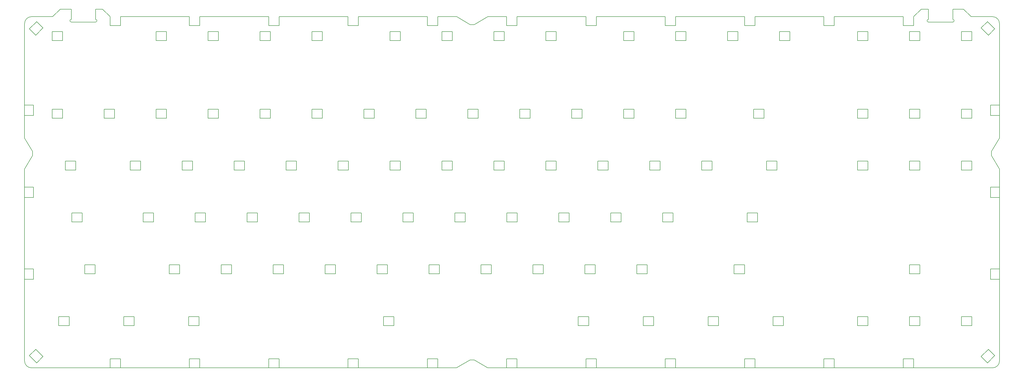
<source format=gm1>
G04 #@! TF.GenerationSoftware,KiCad,Pcbnew,(2017-04-15 revision 60310b3d3)-makepkg*
G04 #@! TF.CreationDate,2017-04-19T10:34:45-04:00*
G04 #@! TF.ProjectId,KType,4B547970652E6B696361645F70636200,1.01a*
G04 #@! TF.FileFunction,Profile,NP*
%FSLAX46Y46*%
G04 Gerber Fmt 4.6, Leading zero omitted, Abs format (unit mm)*
G04 Created by KiCad (PCBNEW (2017-04-15 revision 60310b3d3)-makepkg) date 04/19/17 10:34:45*
%MOMM*%
%LPD*%
G01*
G04 APERTURE LIST*
%ADD10C,0.150000*%
%ADD11C,0.127000*%
G04 APERTURE END LIST*
D10*
D11*
X187642500Y-30670500D02*
X180721000Y-30670500D01*
X386715000Y-33210500D02*
X386715000Y-75247500D01*
X187629800Y-159702500D02*
X31750000Y-159702500D01*
X199059800Y-159702500D02*
X384175000Y-159702500D01*
X386715000Y-86677500D02*
X386715000Y-157162500D01*
X199072500Y-30670500D02*
X205994000Y-30670500D01*
X29210000Y-86664800D02*
X29210000Y-157162500D01*
X29210000Y-75234800D02*
X29210000Y-33210500D01*
X187642500Y-30670500D02*
X192595500Y-33591500D01*
X199072500Y-30670500D02*
X194119500Y-33591500D01*
X192595500Y-33591500D02*
X194119500Y-33591500D01*
X29210000Y-86664800D02*
X32131000Y-81711800D01*
X29210000Y-75234800D02*
X32131000Y-80187800D01*
X32131000Y-81711800D02*
X32131000Y-80187800D01*
X199059800Y-159702500D02*
X194106800Y-156781500D01*
X187629800Y-159702500D02*
X192582800Y-156781500D01*
X194106800Y-156781500D02*
X192582800Y-156781500D01*
X383794000Y-80200500D02*
X383794000Y-81724500D01*
X386715000Y-86677500D02*
X383794000Y-81724500D01*
X386715000Y-75247500D02*
X383794000Y-80200500D01*
X64389000Y-30670500D02*
X89662000Y-30670500D01*
X93472000Y-30670500D02*
X118745000Y-30670500D01*
X122555000Y-30670500D02*
X147828000Y-30670500D01*
X151638000Y-30670500D02*
X176911000Y-30670500D01*
X209804000Y-30670500D02*
X235077000Y-30670500D01*
X238887000Y-30670500D02*
X264160000Y-30670500D01*
X267970000Y-30670500D02*
X293243000Y-30670500D01*
X297053000Y-30670500D02*
X322326000Y-30670500D01*
X326136000Y-30670500D02*
X351409000Y-30670500D01*
X60579000Y-30670500D02*
X57810400Y-27901900D01*
X357987600Y-27901900D02*
X360654600Y-27901900D01*
X355219000Y-30670500D02*
X357987600Y-27901900D01*
X57810400Y-27901900D02*
X55270400Y-27901900D01*
X39497000Y-30670500D02*
X31750000Y-30670500D01*
X42265600Y-27901900D02*
X39497000Y-30670500D01*
X376301000Y-30670500D02*
X384175000Y-30670500D01*
X373532400Y-27901900D02*
X376301000Y-30670500D01*
X46329600Y-27901900D02*
X42265600Y-27901900D01*
X248920000Y-39433500D02*
X248920000Y-36131500D01*
X252730000Y-39433500D02*
X248920000Y-39433500D01*
X252730000Y-36131500D02*
X252730000Y-39433500D01*
X248920000Y-36131500D02*
X252730000Y-36131500D01*
X369595400Y-27901900D02*
X373532400Y-27901900D01*
X33642300Y-32473900D02*
X35979100Y-34810700D01*
X30949900Y-35166300D02*
X33642300Y-32473900D01*
X33286700Y-37503100D02*
X30949900Y-35166300D01*
X35979100Y-34810700D02*
X33286700Y-37503100D01*
X33286700Y-152869900D02*
X35979100Y-155562300D01*
X30949900Y-155206700D02*
X33286700Y-152869900D01*
X33642300Y-157899100D02*
X30949900Y-155206700D01*
X35979100Y-155562300D02*
X33642300Y-157899100D01*
X379945900Y-155562300D02*
X382638300Y-152869900D01*
X382282700Y-157899100D02*
X379945900Y-155562300D01*
X384975100Y-155206700D02*
X382282700Y-157899100D01*
X382638300Y-152869900D02*
X384975100Y-155206700D01*
X379945900Y-34810700D02*
X382282700Y-32473900D01*
X382638300Y-37503100D02*
X379945900Y-34810700D01*
X384975100Y-35166300D02*
X382638300Y-37503100D01*
X382282700Y-32473900D02*
X384975100Y-35166300D01*
X32512000Y-66992500D02*
X29210000Y-66992500D01*
X29210000Y-66992500D02*
X29210000Y-63182500D01*
X29210000Y-63182500D02*
X32512000Y-63182500D01*
X32512000Y-63182500D02*
X32512000Y-66992500D01*
X32512000Y-93281500D02*
X32512000Y-97091500D01*
X29210000Y-93281500D02*
X32512000Y-93281500D01*
X29210000Y-97091500D02*
X29210000Y-93281500D01*
X32512000Y-97091500D02*
X29210000Y-97091500D01*
X32512000Y-127190500D02*
X29210000Y-127190500D01*
X29210000Y-127190500D02*
X29210000Y-123380500D01*
X29210000Y-123380500D02*
X32512000Y-123380500D01*
X32512000Y-123380500D02*
X32512000Y-127190500D01*
X386715000Y-63182500D02*
X386715000Y-66992500D01*
X383413000Y-63182500D02*
X386715000Y-63182500D01*
X383413000Y-66992500D02*
X383413000Y-63182500D01*
X386715000Y-66992500D02*
X383413000Y-66992500D01*
X386715000Y-97091500D02*
X383413000Y-97091500D01*
X383413000Y-97091500D02*
X383413000Y-93281500D01*
X383413000Y-93281500D02*
X386715000Y-93281500D01*
X386715000Y-93281500D02*
X386715000Y-97091500D01*
X386715000Y-123380500D02*
X386715000Y-127190500D01*
X383413000Y-123380500D02*
X386715000Y-123380500D01*
X383413000Y-127190500D02*
X383413000Y-123380500D01*
X386715000Y-127190500D02*
X383413000Y-127190500D01*
X293217600Y-125158500D02*
X293217600Y-121856500D01*
X289394900Y-125158500D02*
X293217600Y-125158500D01*
X289394900Y-121856500D02*
X289394900Y-125158500D01*
X293217600Y-121856500D02*
X289394900Y-121856500D01*
X294157400Y-106108500D02*
X294157400Y-102806500D01*
X297980100Y-106108500D02*
X294157400Y-106108500D01*
X297980100Y-102806500D02*
X297980100Y-106108500D01*
X294157400Y-102806500D02*
X297980100Y-102806500D01*
X301307500Y-87058500D02*
X301307500Y-83756500D01*
X305117500Y-87058500D02*
X301307500Y-87058500D01*
X305117500Y-83756500D02*
X305117500Y-87058500D01*
X301307500Y-83756500D02*
X305117500Y-83756500D01*
X353695000Y-121856500D02*
X357505000Y-121856500D01*
X357505000Y-121856500D02*
X357505000Y-125158500D01*
X357505000Y-125158500D02*
X353695000Y-125158500D01*
X353695000Y-125158500D02*
X353695000Y-121856500D01*
X372745000Y-144208500D02*
X372745000Y-140906500D01*
X376555000Y-144208500D02*
X372745000Y-144208500D01*
X376555000Y-140906500D02*
X376555000Y-144208500D01*
X372745000Y-140906500D02*
X376555000Y-140906500D01*
X353695000Y-140906500D02*
X357505000Y-140906500D01*
X357505000Y-140906500D02*
X357505000Y-144208500D01*
X357505000Y-144208500D02*
X353695000Y-144208500D01*
X353695000Y-144208500D02*
X353695000Y-140906500D01*
X334645000Y-144208500D02*
X334645000Y-140906500D01*
X338455000Y-144208500D02*
X334645000Y-144208500D01*
X338455000Y-140906500D02*
X338455000Y-144208500D01*
X334645000Y-140906500D02*
X338455000Y-140906500D01*
X303682400Y-144208500D02*
X303682400Y-140906500D01*
X307505100Y-144208500D02*
X303682400Y-144208500D01*
X307505100Y-140906500D02*
X307505100Y-144208500D01*
X303682400Y-140906500D02*
X307505100Y-140906500D01*
X232244900Y-140906500D02*
X236067600Y-140906500D01*
X236067600Y-140906500D02*
X236067600Y-144208500D01*
X236067600Y-144208500D02*
X232244900Y-144208500D01*
X232244900Y-144208500D02*
X232244900Y-140906500D01*
X256057400Y-144208500D02*
X256057400Y-140906500D01*
X259880100Y-144208500D02*
X256057400Y-144208500D01*
X259880100Y-140906500D02*
X259880100Y-144208500D01*
X256057400Y-140906500D02*
X259880100Y-140906500D01*
X279869900Y-140906500D02*
X283692600Y-140906500D01*
X283692600Y-140906500D02*
X283692600Y-144208500D01*
X283692600Y-144208500D02*
X279869900Y-144208500D01*
X279869900Y-144208500D02*
X279869900Y-140906500D01*
X160807400Y-140906500D02*
X164630100Y-140906500D01*
X164630100Y-140906500D02*
X164630100Y-144208500D01*
X164630100Y-144208500D02*
X160807400Y-144208500D01*
X160807400Y-144208500D02*
X160807400Y-140906500D01*
X89369900Y-144208500D02*
X89369900Y-140906500D01*
X93192600Y-144208500D02*
X89369900Y-144208500D01*
X93192600Y-140906500D02*
X93192600Y-144208500D01*
X89369900Y-140906500D02*
X93192600Y-140906500D01*
X65557400Y-140906500D02*
X69380100Y-140906500D01*
X69380100Y-140906500D02*
X69380100Y-144208500D01*
X69380100Y-144208500D02*
X65557400Y-144208500D01*
X65557400Y-144208500D02*
X65557400Y-140906500D01*
X41744900Y-144208500D02*
X41744900Y-140906500D01*
X45567600Y-144208500D02*
X41744900Y-144208500D01*
X45567600Y-140906500D02*
X45567600Y-144208500D01*
X41744900Y-140906500D02*
X45567600Y-140906500D01*
X234632500Y-121856500D02*
X238442500Y-121856500D01*
X238442500Y-121856500D02*
X238442500Y-125158500D01*
X238442500Y-125158500D02*
X234632500Y-125158500D01*
X234632500Y-125158500D02*
X234632500Y-121856500D01*
X253682500Y-125158500D02*
X253682500Y-121856500D01*
X257492500Y-125158500D02*
X253682500Y-125158500D01*
X257492500Y-121856500D02*
X257492500Y-125158500D01*
X253682500Y-121856500D02*
X257492500Y-121856500D01*
X158432500Y-121856500D02*
X162242500Y-121856500D01*
X162242500Y-121856500D02*
X162242500Y-125158500D01*
X162242500Y-125158500D02*
X158432500Y-125158500D01*
X158432500Y-125158500D02*
X158432500Y-121856500D01*
X177482500Y-125158500D02*
X177482500Y-121856500D01*
X181292500Y-125158500D02*
X177482500Y-125158500D01*
X181292500Y-121856500D02*
X181292500Y-125158500D01*
X177482500Y-121856500D02*
X181292500Y-121856500D01*
X215582500Y-121856500D02*
X219392500Y-121856500D01*
X219392500Y-121856500D02*
X219392500Y-125158500D01*
X219392500Y-125158500D02*
X215582500Y-125158500D01*
X215582500Y-125158500D02*
X215582500Y-121856500D01*
X196532500Y-125158500D02*
X196532500Y-121856500D01*
X200342500Y-125158500D02*
X196532500Y-125158500D01*
X200342500Y-121856500D02*
X200342500Y-125158500D01*
X196532500Y-121856500D02*
X200342500Y-121856500D01*
X120332500Y-121856500D02*
X124142500Y-121856500D01*
X124142500Y-121856500D02*
X124142500Y-125158500D01*
X124142500Y-125158500D02*
X120332500Y-125158500D01*
X120332500Y-125158500D02*
X120332500Y-121856500D01*
X139382500Y-125158500D02*
X139382500Y-121856500D01*
X143192500Y-125158500D02*
X139382500Y-125158500D01*
X143192500Y-121856500D02*
X143192500Y-125158500D01*
X139382500Y-121856500D02*
X143192500Y-121856500D01*
X101282500Y-121856500D02*
X105092500Y-121856500D01*
X105092500Y-121856500D02*
X105092500Y-125158500D01*
X105092500Y-125158500D02*
X101282500Y-125158500D01*
X101282500Y-125158500D02*
X101282500Y-121856500D01*
X82232500Y-125158500D02*
X82232500Y-121856500D01*
X86042500Y-125158500D02*
X82232500Y-125158500D01*
X86042500Y-121856500D02*
X86042500Y-125158500D01*
X82232500Y-121856500D02*
X86042500Y-121856500D01*
X244157500Y-102806500D02*
X247967500Y-102806500D01*
X247967500Y-102806500D02*
X247967500Y-106108500D01*
X247967500Y-106108500D02*
X244157500Y-106108500D01*
X244157500Y-106108500D02*
X244157500Y-102806500D01*
X263207500Y-106108500D02*
X263207500Y-102806500D01*
X267017500Y-106108500D02*
X263207500Y-106108500D01*
X267017500Y-102806500D02*
X267017500Y-106108500D01*
X263207500Y-102806500D02*
X267017500Y-102806500D01*
X225107500Y-102806500D02*
X228917500Y-102806500D01*
X228917500Y-102806500D02*
X228917500Y-106108500D01*
X228917500Y-106108500D02*
X225107500Y-106108500D01*
X225107500Y-106108500D02*
X225107500Y-102806500D01*
X148907500Y-102806500D02*
X152717500Y-102806500D01*
X152717500Y-102806500D02*
X152717500Y-106108500D01*
X152717500Y-106108500D02*
X148907500Y-106108500D01*
X148907500Y-106108500D02*
X148907500Y-102806500D01*
X167957500Y-106108500D02*
X167957500Y-102806500D01*
X171767500Y-106108500D02*
X167957500Y-106108500D01*
X171767500Y-102806500D02*
X171767500Y-106108500D01*
X167957500Y-102806500D02*
X171767500Y-102806500D01*
X206057500Y-102806500D02*
X209867500Y-102806500D01*
X209867500Y-102806500D02*
X209867500Y-106108500D01*
X209867500Y-106108500D02*
X206057500Y-106108500D01*
X206057500Y-106108500D02*
X206057500Y-102806500D01*
X187007500Y-106108500D02*
X187007500Y-102806500D01*
X190817500Y-106108500D02*
X187007500Y-106108500D01*
X190817500Y-102806500D02*
X190817500Y-106108500D01*
X187007500Y-102806500D02*
X190817500Y-102806500D01*
X110807500Y-102806500D02*
X114617500Y-102806500D01*
X114617500Y-102806500D02*
X114617500Y-106108500D01*
X114617500Y-106108500D02*
X110807500Y-106108500D01*
X110807500Y-106108500D02*
X110807500Y-102806500D01*
X129857500Y-106108500D02*
X129857500Y-102806500D01*
X133667500Y-106108500D02*
X129857500Y-106108500D01*
X133667500Y-102806500D02*
X133667500Y-106108500D01*
X129857500Y-102806500D02*
X133667500Y-102806500D01*
X91757500Y-102806500D02*
X95567500Y-102806500D01*
X95567500Y-102806500D02*
X95567500Y-106108500D01*
X95567500Y-106108500D02*
X91757500Y-106108500D01*
X91757500Y-106108500D02*
X91757500Y-102806500D01*
X72707500Y-106108500D02*
X72707500Y-102806500D01*
X76517500Y-106108500D02*
X72707500Y-106108500D01*
X76517500Y-102806500D02*
X76517500Y-106108500D01*
X72707500Y-102806500D02*
X76517500Y-102806500D01*
X51282600Y-125158500D02*
X55092600Y-125158500D01*
X51282600Y-121856500D02*
X51282600Y-125158500D01*
X55092600Y-121856500D02*
X55092600Y-125158500D01*
X51282600Y-121856500D02*
X55092600Y-121856500D01*
X46512480Y-102806500D02*
X50325020Y-102806500D01*
X46512480Y-106108500D02*
X46512480Y-102806500D01*
X50325020Y-106108500D02*
X46512480Y-106108500D01*
X50325020Y-102806500D02*
X50325020Y-106108500D01*
X44132500Y-87058500D02*
X44132500Y-83756500D01*
X47942500Y-87058500D02*
X44132500Y-87058500D01*
X47942500Y-83756500D02*
X47942500Y-87058500D01*
X44132500Y-83756500D02*
X47942500Y-83756500D01*
X258445000Y-87058500D02*
X262255000Y-87058500D01*
X262255000Y-87058500D02*
X262255000Y-83756500D01*
X262255000Y-83756500D02*
X258445000Y-83756500D01*
X258445000Y-83756500D02*
X258445000Y-87058500D01*
X277495000Y-83756500D02*
X277495000Y-87058500D01*
X281305000Y-83756500D02*
X277495000Y-83756500D01*
X281305000Y-87058500D02*
X281305000Y-83756500D01*
X277495000Y-87058500D02*
X281305000Y-87058500D01*
X239395000Y-87058500D02*
X243205000Y-87058500D01*
X243205000Y-87058500D02*
X243205000Y-83756500D01*
X243205000Y-83756500D02*
X239395000Y-83756500D01*
X239395000Y-83756500D02*
X239395000Y-87058500D01*
X220345000Y-83756500D02*
X220345000Y-87058500D01*
X224155000Y-83756500D02*
X220345000Y-83756500D01*
X224155000Y-87058500D02*
X224155000Y-83756500D01*
X220345000Y-87058500D02*
X224155000Y-87058500D01*
X182245000Y-87058500D02*
X186055000Y-87058500D01*
X186055000Y-87058500D02*
X186055000Y-83756500D01*
X186055000Y-83756500D02*
X182245000Y-83756500D01*
X182245000Y-83756500D02*
X182245000Y-87058500D01*
X201295000Y-83756500D02*
X201295000Y-87058500D01*
X205105000Y-83756500D02*
X201295000Y-83756500D01*
X205105000Y-87058500D02*
X205105000Y-83756500D01*
X201295000Y-87058500D02*
X205105000Y-87058500D01*
X163195000Y-87058500D02*
X167005000Y-87058500D01*
X167005000Y-87058500D02*
X167005000Y-83756500D01*
X167005000Y-83756500D02*
X163195000Y-83756500D01*
X163195000Y-83756500D02*
X163195000Y-87058500D01*
X144145000Y-83756500D02*
X144145000Y-87058500D01*
X147955000Y-83756500D02*
X144145000Y-83756500D01*
X147955000Y-87058500D02*
X147955000Y-83756500D01*
X144145000Y-87058500D02*
X147955000Y-87058500D01*
X67945000Y-87058500D02*
X71755000Y-87058500D01*
X71755000Y-87058500D02*
X71755000Y-83756500D01*
X71755000Y-83756500D02*
X67945000Y-83756500D01*
X67945000Y-83756500D02*
X67945000Y-87058500D01*
X86995000Y-83756500D02*
X86995000Y-87058500D01*
X90805000Y-83756500D02*
X86995000Y-83756500D01*
X90805000Y-87058500D02*
X90805000Y-83756500D01*
X86995000Y-87058500D02*
X90805000Y-87058500D01*
X125095000Y-87058500D02*
X128905000Y-87058500D01*
X128905000Y-87058500D02*
X128905000Y-83756500D01*
X128905000Y-83756500D02*
X125095000Y-83756500D01*
X125095000Y-83756500D02*
X125095000Y-87058500D01*
X106045000Y-83756500D02*
X106045000Y-87058500D01*
X109855000Y-83756500D02*
X106045000Y-83756500D01*
X109855000Y-87058500D02*
X109855000Y-83756500D01*
X106045000Y-87058500D02*
X109855000Y-87058500D01*
X353695000Y-87058500D02*
X357505000Y-87058500D01*
X357505000Y-87058500D02*
X357505000Y-83756500D01*
X357505000Y-83756500D02*
X353695000Y-83756500D01*
X353695000Y-83756500D02*
X353695000Y-87058500D01*
X372745000Y-83756500D02*
X372745000Y-87058500D01*
X376555000Y-83756500D02*
X372745000Y-83756500D01*
X376555000Y-87058500D02*
X376555000Y-83756500D01*
X372745000Y-87058500D02*
X376555000Y-87058500D01*
X334645000Y-87058500D02*
X338455000Y-87058500D01*
X338455000Y-87058500D02*
X338455000Y-83756500D01*
X338455000Y-83756500D02*
X334645000Y-83756500D01*
X334645000Y-83756500D02*
X334645000Y-87058500D01*
X353695000Y-68008500D02*
X357505000Y-68008500D01*
X357505000Y-68008500D02*
X357505000Y-64706500D01*
X357505000Y-64706500D02*
X353695000Y-64706500D01*
X353695000Y-64706500D02*
X353695000Y-68008500D01*
X372745000Y-64706500D02*
X372745000Y-68008500D01*
X376555000Y-64706500D02*
X372745000Y-64706500D01*
X376555000Y-68008500D02*
X376555000Y-64706500D01*
X372745000Y-68008500D02*
X376555000Y-68008500D01*
X334645000Y-68008500D02*
X338455000Y-68008500D01*
X338455000Y-68008500D02*
X338455000Y-64706500D01*
X338455000Y-64706500D02*
X334645000Y-64706500D01*
X334645000Y-64706500D02*
X334645000Y-68008500D01*
X296545000Y-64706500D02*
X296545000Y-68008500D01*
X300355000Y-64706500D02*
X296545000Y-64706500D01*
X300355000Y-68008500D02*
X300355000Y-64706500D01*
X296545000Y-68008500D02*
X300355000Y-68008500D01*
X267970000Y-64706500D02*
X267970000Y-68008500D01*
X271780000Y-64706500D02*
X267970000Y-64706500D01*
X271780000Y-68008500D02*
X271780000Y-64706500D01*
X267970000Y-68008500D02*
X271780000Y-68008500D01*
X191770000Y-68008500D02*
X195580000Y-68008500D01*
X195580000Y-68008500D02*
X195580000Y-64706500D01*
X195580000Y-64706500D02*
X191770000Y-64706500D01*
X191770000Y-64706500D02*
X191770000Y-68008500D01*
X210820000Y-64706500D02*
X210820000Y-68008500D01*
X214630000Y-64706500D02*
X210820000Y-64706500D01*
X214630000Y-68008500D02*
X214630000Y-64706500D01*
X210820000Y-68008500D02*
X214630000Y-68008500D01*
X248920000Y-68008500D02*
X252730000Y-68008500D01*
X252730000Y-68008500D02*
X252730000Y-64706500D01*
X252730000Y-64706500D02*
X248920000Y-64706500D01*
X248920000Y-64706500D02*
X248920000Y-68008500D01*
X229870000Y-64706500D02*
X229870000Y-68008500D01*
X233680000Y-64706500D02*
X229870000Y-64706500D01*
X233680000Y-68008500D02*
X233680000Y-64706500D01*
X229870000Y-68008500D02*
X233680000Y-68008500D01*
X153670000Y-68008500D02*
X157480000Y-68008500D01*
X157480000Y-68008500D02*
X157480000Y-64706500D01*
X157480000Y-64706500D02*
X153670000Y-64706500D01*
X153670000Y-64706500D02*
X153670000Y-68008500D01*
X172720000Y-64706500D02*
X172720000Y-68008500D01*
X176530000Y-64706500D02*
X172720000Y-64706500D01*
X176530000Y-68008500D02*
X176530000Y-64706500D01*
X172720000Y-68008500D02*
X176530000Y-68008500D01*
X134620000Y-68008500D02*
X138430000Y-68008500D01*
X138430000Y-68008500D02*
X138430000Y-64706500D01*
X138430000Y-64706500D02*
X134620000Y-64706500D01*
X134620000Y-64706500D02*
X134620000Y-68008500D01*
X115570000Y-64706500D02*
X115570000Y-68008500D01*
X119380000Y-64706500D02*
X115570000Y-64706500D01*
X119380000Y-68008500D02*
X119380000Y-64706500D01*
X115570000Y-68008500D02*
X119380000Y-68008500D01*
X39370000Y-68008500D02*
X43180000Y-68008500D01*
X43180000Y-68008500D02*
X43180000Y-64706500D01*
X43180000Y-64706500D02*
X39370000Y-64706500D01*
X39370000Y-64706500D02*
X39370000Y-68008500D01*
X58420000Y-64706500D02*
X58420000Y-68008500D01*
X62230000Y-64706500D02*
X58420000Y-64706500D01*
X62230000Y-68008500D02*
X62230000Y-64706500D01*
X58420000Y-68008500D02*
X62230000Y-68008500D01*
X96520000Y-68008500D02*
X100330000Y-68008500D01*
X100330000Y-68008500D02*
X100330000Y-64706500D01*
X100330000Y-64706500D02*
X96520000Y-64706500D01*
X96520000Y-64706500D02*
X96520000Y-68008500D01*
X77470000Y-64706500D02*
X77470000Y-68008500D01*
X81280000Y-64706500D02*
X77470000Y-64706500D01*
X81280000Y-68008500D02*
X81280000Y-64706500D01*
X77470000Y-68008500D02*
X81280000Y-68008500D01*
X334645000Y-39433500D02*
X338455000Y-39433500D01*
X338455000Y-39433500D02*
X338455000Y-36131500D01*
X338455000Y-36131500D02*
X334645000Y-36131500D01*
X334645000Y-36131500D02*
X334645000Y-39433500D01*
X353695000Y-36131500D02*
X353695000Y-39433500D01*
X357505000Y-36131500D02*
X353695000Y-36131500D01*
X357505000Y-39433500D02*
X357505000Y-36131500D01*
X353695000Y-39433500D02*
X357505000Y-39433500D01*
X372745000Y-36131500D02*
X372745000Y-39433500D01*
X376555000Y-36131500D02*
X372745000Y-36131500D01*
X376555000Y-39433500D02*
X376555000Y-36131500D01*
X372745000Y-39433500D02*
X376555000Y-39433500D01*
X306070000Y-39433500D02*
X309880000Y-39433500D01*
X309880000Y-39433500D02*
X309880000Y-36131500D01*
X309880000Y-36131500D02*
X306070000Y-36131500D01*
X306070000Y-36131500D02*
X306070000Y-39433500D01*
X287020000Y-39433500D02*
X290830000Y-39433500D01*
X290830000Y-39433500D02*
X290830000Y-36131500D01*
X290830000Y-36131500D02*
X287020000Y-36131500D01*
X287020000Y-36131500D02*
X287020000Y-39433500D01*
X267970000Y-36131500D02*
X267970000Y-39433500D01*
X271780000Y-36131500D02*
X267970000Y-36131500D01*
X271780000Y-39433500D02*
X271780000Y-36131500D01*
X267970000Y-39433500D02*
X271780000Y-39433500D01*
X163195000Y-39433500D02*
X167005000Y-39433500D01*
X167005000Y-39433500D02*
X167005000Y-36131500D01*
X167005000Y-36131500D02*
X163195000Y-36131500D01*
X163195000Y-36131500D02*
X163195000Y-39433500D01*
X182245000Y-36131500D02*
X182245000Y-39433500D01*
X186055000Y-36131500D02*
X182245000Y-36131500D01*
X186055000Y-39433500D02*
X186055000Y-36131500D01*
X182245000Y-39433500D02*
X186055000Y-39433500D01*
X220345000Y-39433500D02*
X224155000Y-39433500D01*
X224155000Y-39433500D02*
X224155000Y-36131500D01*
X224155000Y-36131500D02*
X220345000Y-36131500D01*
X220345000Y-36131500D02*
X220345000Y-39433500D01*
X201295000Y-36131500D02*
X201295000Y-39433500D01*
X205105000Y-36131500D02*
X201295000Y-36131500D01*
X205105000Y-39433500D02*
X205105000Y-36131500D01*
X201295000Y-39433500D02*
X205105000Y-39433500D01*
X115570000Y-39433500D02*
X119380000Y-39433500D01*
X119380000Y-39433500D02*
X119380000Y-36131500D01*
X119380000Y-36131500D02*
X115570000Y-36131500D01*
X115570000Y-36131500D02*
X115570000Y-39433500D01*
X134620000Y-36131500D02*
X134620000Y-39433500D01*
X138430000Y-36131500D02*
X134620000Y-36131500D01*
X138430000Y-39433500D02*
X138430000Y-36131500D01*
X134620000Y-39433500D02*
X138430000Y-39433500D01*
X96520000Y-39433500D02*
X100330000Y-39433500D01*
X100330000Y-39433500D02*
X100330000Y-36131500D01*
X100330000Y-36131500D02*
X96520000Y-36131500D01*
X96520000Y-36131500D02*
X96520000Y-39433500D01*
X77470000Y-36131500D02*
X77470000Y-39433500D01*
X81280000Y-36131500D02*
X77470000Y-36131500D01*
X81280000Y-39433500D02*
X81280000Y-36131500D01*
X77470000Y-39433500D02*
X81280000Y-39433500D01*
X64389000Y-30670500D02*
X64389000Y-33972500D01*
X64389000Y-33972500D02*
X60579000Y-33972500D01*
X60579000Y-33972500D02*
X60579000Y-30670500D01*
X89662000Y-33972500D02*
X89662000Y-30670500D01*
X93472000Y-33972500D02*
X89662000Y-33972500D01*
X93472000Y-30670500D02*
X93472000Y-33972500D01*
X122555000Y-30670500D02*
X122555000Y-33972500D01*
X122555000Y-33972500D02*
X118745000Y-33972500D01*
X118745000Y-33972500D02*
X118745000Y-30670500D01*
X176911000Y-33972500D02*
X176911000Y-30670500D01*
X180721000Y-33972500D02*
X176911000Y-33972500D01*
X180721000Y-30670500D02*
X180721000Y-33972500D01*
X151638000Y-30670500D02*
X151638000Y-33972500D01*
X151638000Y-33972500D02*
X147828000Y-33972500D01*
X147828000Y-33972500D02*
X147828000Y-30670500D01*
X264160000Y-33972500D02*
X264160000Y-30670500D01*
X267970000Y-33972500D02*
X264160000Y-33972500D01*
X267970000Y-30670500D02*
X267970000Y-33972500D01*
X235077000Y-33972500D02*
X235077000Y-30670500D01*
X238887000Y-33972500D02*
X235077000Y-33972500D01*
X238887000Y-30670500D02*
X238887000Y-33972500D01*
X209804000Y-30670500D02*
X209804000Y-33972500D01*
X209804000Y-33972500D02*
X205994000Y-33972500D01*
X205994000Y-33972500D02*
X205994000Y-30670500D01*
X351409000Y-33972500D02*
X351409000Y-30670500D01*
X355219000Y-33972500D02*
X351409000Y-33972500D01*
X355219000Y-30670500D02*
X355219000Y-33972500D01*
X322326000Y-33972500D02*
X322326000Y-30670500D01*
X326136000Y-33972500D02*
X322326000Y-33972500D01*
X326136000Y-30670500D02*
X326136000Y-33972500D01*
X297053000Y-30670500D02*
X297053000Y-33972500D01*
X297053000Y-33972500D02*
X293243000Y-33972500D01*
X293243000Y-33972500D02*
X293243000Y-30670500D01*
X264160000Y-159702500D02*
X264160000Y-156400500D01*
X267970000Y-159702500D02*
X264160000Y-159702500D01*
X267970000Y-156400500D02*
X267970000Y-159702500D01*
X264160000Y-156400500D02*
X267970000Y-156400500D01*
X293243000Y-156400500D02*
X297053000Y-156400500D01*
X297053000Y-156400500D02*
X297053000Y-159702500D01*
X297053000Y-159702500D02*
X293243000Y-159702500D01*
X293243000Y-159702500D02*
X293243000Y-156400500D01*
X351409000Y-159702500D02*
X351409000Y-156400500D01*
X355219000Y-159702500D02*
X351409000Y-159702500D01*
X355219000Y-156400500D02*
X355219000Y-159702500D01*
X351409000Y-156400500D02*
X355219000Y-156400500D01*
X322326000Y-156400500D02*
X326136000Y-156400500D01*
X326136000Y-156400500D02*
X326136000Y-159702500D01*
X326136000Y-159702500D02*
X322326000Y-159702500D01*
X322326000Y-159702500D02*
X322326000Y-156400500D01*
X176911000Y-159702500D02*
X176911000Y-156400500D01*
X180721000Y-159702500D02*
X176911000Y-159702500D01*
X180721000Y-156400500D02*
X180721000Y-159702500D01*
X176911000Y-156400500D02*
X180721000Y-156400500D01*
X205994000Y-156400500D02*
X209804000Y-156400500D01*
X209804000Y-156400500D02*
X209804000Y-159702500D01*
X209804000Y-159702500D02*
X205994000Y-159702500D01*
X205994000Y-159702500D02*
X205994000Y-156400500D01*
X264160000Y-159702500D02*
X264160000Y-156400500D01*
X267970000Y-159702500D02*
X264160000Y-159702500D01*
X267970000Y-156400500D02*
X267970000Y-159702500D01*
X264160000Y-156400500D02*
X267970000Y-156400500D01*
X235077000Y-156400500D02*
X238887000Y-156400500D01*
X238887000Y-156400500D02*
X238887000Y-159702500D01*
X238887000Y-159702500D02*
X235077000Y-159702500D01*
X235077000Y-159702500D02*
X235077000Y-156400500D01*
X118745000Y-159702500D02*
X118745000Y-156400500D01*
X122555000Y-159702500D02*
X118745000Y-159702500D01*
X122555000Y-156400500D02*
X122555000Y-159702500D01*
X118745000Y-156400500D02*
X122555000Y-156400500D01*
X147828000Y-156400500D02*
X151638000Y-156400500D01*
X151638000Y-156400500D02*
X151638000Y-159702500D01*
X151638000Y-159702500D02*
X147828000Y-159702500D01*
X147828000Y-159702500D02*
X147828000Y-156400500D01*
X89662000Y-159702500D02*
X89662000Y-156400500D01*
X93472000Y-159702500D02*
X89662000Y-159702500D01*
X93472000Y-156400500D02*
X93472000Y-159702500D01*
X89662000Y-156400500D02*
X93472000Y-156400500D01*
X60579000Y-156400500D02*
X64389000Y-156400500D01*
X64389000Y-156400500D02*
X64389000Y-159702500D01*
X64389000Y-159702500D02*
X60579000Y-159702500D01*
X60579000Y-159702500D02*
X60579000Y-156400500D01*
X39370000Y-39433500D02*
X39370000Y-36131500D01*
X43180000Y-39433500D02*
X39370000Y-39433500D01*
X43180000Y-36131500D02*
X43180000Y-39433500D01*
X39370000Y-36131500D02*
X43180000Y-36131500D01*
X55765700Y-32156400D02*
G75*
G03X55270400Y-31661100I-495300J0D01*
G01*
X55270400Y-32651700D02*
G75*
G03X55765700Y-32156400I0J495300D01*
G01*
X45834300Y-32156400D02*
G75*
G03X46329600Y-32651700I495300J0D01*
G01*
X46329600Y-31661100D02*
G75*
G03X45834300Y-32156400I0J-495300D01*
G01*
X370090700Y-32156400D02*
G75*
G03X369595400Y-31661100I-495300J0D01*
G01*
X369595400Y-32651700D02*
G75*
G03X370090700Y-32156400I0J495300D01*
G01*
X360159300Y-32156400D02*
G75*
G03X360654600Y-32651700I495300J0D01*
G01*
X360654600Y-31661100D02*
G75*
G03X360159300Y-32156400I0J-495300D01*
G01*
X369595400Y-31661100D02*
X369595400Y-27901900D01*
X360654600Y-32651700D02*
X369595400Y-32651700D01*
X360654600Y-27901900D02*
X360654600Y-31661100D01*
X55270400Y-31661100D02*
X55270400Y-27901900D01*
X46329600Y-32651700D02*
X55270400Y-32651700D01*
X46329600Y-27901900D02*
X46329600Y-31661100D01*
X384175000Y-159702500D02*
G75*
G03X386715000Y-157162500I0J2540000D01*
G01*
X29210000Y-157162500D02*
G75*
G03X31750000Y-159702500I2540000J0D01*
G01*
X31750000Y-30670500D02*
G75*
G03X29210000Y-33210500I0J-2540000D01*
G01*
X386715000Y-33210500D02*
G75*
G03X384175000Y-30670500I-2540000J0D01*
G01*
M02*

</source>
